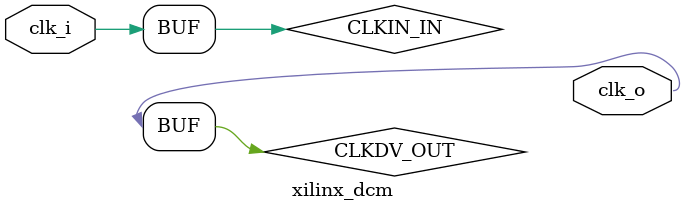
<source format=v>

`include "minsoc_defines.v"

module xilinx_dcm(
        clk_i, 
        clk_o
);

// 
// Parameters 
// 
   parameter    divisor = 2;
  
input clk_i;
output clk_o;


`ifdef SPARTAN2
        `define XILINX_DLL
`elsif VIRTEX
        `define XILINX_DLL
`endif  // !SPARTAN2/VIRTEX

`ifdef SPARTAN3
        `define XILINX_DCM
`elsif VIRTEX2
        `define XILINX_DCM
`endif  // !SPARTAN3/VIRTEX2

`ifdef SPARTAN3E
        `define XILINX_DCM_SP
`elsif SPARTAN3A
        `define XILINX_DCM_SP
`elsif SPARTAN6
	`define XILINX_DCM_SP
`endif  // !SPARTAN3E/SPARTAN3A

`ifdef VIRTEX4
        `define XILINX_DCM_ADV
        `define XILINX_DCM_COMPONENT "VIRTEX4"
`elsif VIRTEX5
        `define XILINX_DCM_ADV
        `define XILINX_DCM_COMPONENT "VIRTEX5"
`endif  // !VIRTEX4/VIRTEX5


wire CLKIN_IN;
wire CLKDV_OUT;

assign CLKIN_IN = clk_i;
assign clk_o = CLKDV_OUT;

wire CLKIN_IBUFG;
wire CLK0_BUF;
wire CLKFB_IN;
wire CLKDV_BUF;

`ifdef XILINX_FPGA

IBUFG CLKIN_IBUFG_INST (
	.I(CLKIN_IN), 
        .O(CLKIN_IBUFG)
);

BUFG CLK0_BUFG_INST (
	.I(CLK0_BUF), 
        .O(CLKFB_IN)
);

BUFG CLKDV_BUFG_INST (
	.I(CLKDV_BUF), 
        .O(CLKDV_OUT)
);

`ifdef XILINX_DLL

CLKDLL #(
	.CLKDV_DIVIDE(divisor),     		// Divide by: 1.5,2.0,2.5,3.0,4.0,5.0,8.0 or 16.0
	.DUTY_CYCLE_CORRECTION("TRUE"), 	// Duty cycle correction, TRUE or FALSE
	.FACTORY_JF(16'hC080), 			// FACTORY JF Values
	.STARTUP_WAIT("FALSE") 			// Delay config DONE until DLL LOCK, TRUE/FALSE
) CLKDLL_inst (
	.CLK0(CLK0_BUF),     			// 0 degree DLL CLK output
	.CLK180(), 				// 180 degree DLL CLK output
	.CLK270(), 				// 270 degree DLL CLK output
	.CLK2X(),   				// 2X DLL CLK output
	.CLK90(),   				// 90 degree DLL CLK output
	.CLKDV(CLKDV_BUF),   			// Divided DLL CLK out (CLKDV_DIVIDE)
	.LOCKED(), 				// DLL LOCK status output
	.CLKFB(CLKFB_IN),   			// DLL clock feedback
	.CLKIN(CLKIN_IBUFG),   			// Clock input (from IBUFG, BUFG or DLL)
	.RST(1'b0)        			// DLL asynchronous reset input
);

`elsif XILINX_DCM

DCM #(
	.SIM_MODE("SAFE"), 			// Simulation: "SAFE" vs. "FAST", see "Synthesis and Simulation Design Guide" for details
	.CLKDV_DIVIDE(divisor), 		// Divide by: 1.5,2.0,2.5,3.0,3.5,4.0,4.5,5.0,5.5,6.0,6.5
						//   7.0,7.5,8.0,9.0,10.0,11.0,12.0,13.0,14.0,15.0 or 16.0
	.CLKFX_DIVIDE(1),   			// Can be any integer from 1 to 32
	.CLKFX_MULTIPLY(4), 			// Can be any integer from 2 to 32
	.CLKIN_DIVIDE_BY_2("FALSE"), 		// TRUE/FALSE to enable CLKIN divide by two feature
	.CLKIN_PERIOD(0.0), 			// Specify period of input clock
	.CLKOUT_PHASE_SHIFT("NONE"), 		// Specify phase shift of NONE, FIXED or VARIABLE
	.CLK_FEEDBACK("1X"), 			// Specify clock feedback of NONE, 1X or 2X
	.DESKEW_ADJUST("SYSTEM_SYNCHRONOUS"), 	// SOURCE_SYNCHRONOUS, SYSTEM_SYNCHRONOUS or
						//   an integer from 0 to 15
	.DFS_FREQUENCY_MODE("LOW"), 		// HIGH or LOW frequency mode for frequency synthesis
	.DLL_FREQUENCY_MODE("LOW"), 		// HIGH or LOW frequency mode for DLL
	.DUTY_CYCLE_CORRECTION("TRUE"), 	// Duty cycle correction, TRUE or FALSE
	.FACTORY_JF(16'hC080),   		// FACTORY JF values
	.PHASE_SHIFT(0),     			// Amount of fixed phase shift from -255 to 255
	.STARTUP_WAIT("FALSE")   		// Delay configuration DONE until DCM LOCK, TRUE/FALSE
) DCM_inst (
	.CLK0(CLK0_BUF),     			// 0 degree DCM CLK output
	.CLK180(), 				// 180 degree DCM CLK output
	.CLK270(), 				// 270 degree DCM CLK output
	.CLK2X(),   				// 2X DCM CLK output
	.CLK2X180(), 				// 2X, 180 degree DCM CLK out
	.CLK90(),   				// 90 degree DCM CLK output
	.CLKDV(CLKDV_BUF),   			// Divided DCM CLK out (CLKDV_DIVIDE)
	.CLKFX(),   				// DCM CLK synthesis out (M/D)
	.CLKFX180(), 				// 180 degree CLK synthesis out
	.LOCKED(), 				// DCM LOCK status output
	.PSDONE(), 				// Dynamic phase adjust done output
	.STATUS(), 				// 8-bit DCM status bits output
	.CLKFB(CLKFB_IN),   			// DCM clock feedback
	.CLKIN(CLKIN_IBUFG),   			// Clock input (from IBUFG, BUFG or DCM)
	.PSCLK(1'b0),  				// Dynamic phase adjust clock input
	.PSEN(1'b0),   				// Dynamic phase adjust enable input
	.PSINCDEC(1'b0), 			// Dynamic phase adjust increment/decrement
	.RST(1'b0)        			// DCM asynchronous reset input
);

`elsif XILINX_DCM_SP

DCM_SP #(
	.CLKDV_DIVIDE(divisor), 		// Divide by: 1.5,2.0,2.5,3.0,3.5,4.0,4.5,5.0,5.5,6.0,6.5
						//   7.0,7.5,8.0,9.0,10.0,11.0,12.0,13.0,14.0,15.0 or 16.0
	.CLKFX_DIVIDE(1),    			// Can be any integer from 1 to 32
	.CLKFX_MULTIPLY(4), 			// Can be any integer from 2 to 32
	.CLKIN_DIVIDE_BY_2("FALSE"), 		// TRUE/FALSE to enable CLKIN divide by two feature
	.CLKIN_PERIOD(0.0), 			// Specify period of input clock
	.CLKOUT_PHASE_SHIFT("NONE"), 		// Specify phase shift of NONE, FIXED or VARIABLE
	.CLK_FEEDBACK("1X"), 			// Specify clock feedback of NONE, 1X or 2X
	.DESKEW_ADJUST("SYSTEM_SYNCHRONOUS"), 	// SOURCE_SYNCHRONOUS, SYSTEM_SYNCHRONOUS or
						//   an integer from 0 to 15
	.DLL_FREQUENCY_MODE("LOW"), 		// HIGH or LOW frequency mode for DLL
	.DUTY_CYCLE_CORRECTION("TRUE"), 	// Duty cycle correction, TRUE or FALSE
	.PHASE_SHIFT(0),      			// Amount of fixed phase shift from -255 to 255
	.STARTUP_WAIT("FALSE")    		// Delay configuration DONE until DCM LOCK, TRUE/FALSE
) DCM_SP_inst (
	.CLK0(CLK0_BUF),     			// 0 degree DCM CLK output
	.CLK180(), 				// 180 degree DCM CLK output
	.CLK270(), 				// 270 degree DCM CLK output
	.CLK2X(),   				// 2X DCM CLK output
	.CLK2X180(), 				// 2X, 180 degree DCM CLK out
	.CLK90(),   				// 90 degree DCM CLK output
	.CLKDV(CLKDV_BUF),   			// Divided DCM CLK out (CLKDV_DIVIDE)
	.CLKFX(),    				// DCM CLK synthesis out (M/D)
	.CLKFX180(), 				// 180 degree CLK synthesis out
	.LOCKED(), 				// DCM LOCK status output
	.PSDONE(), 				// Dynamic phase adjust done output
	.STATUS(), 				// 8-bit DCM status bits output
	.CLKFB(CLKFB_IN),    			// DCM clock feedback
	.CLKIN(CLKIN_IBUFG),    		// Clock input (from IBUFG, BUFG or DCM)
	.PSCLK(1'b0),   			// Dynamic phase adjust clock input
	.PSEN(1'b0),      			// Dynamic phase adjust enable input
	.PSINCDEC(1'b0), 			// Dynamic phase adjust increment/decrement
	.RST(1'b0)         			// DCM asynchronous reset input
);

`elsif XILINX_DCM_ADV

DCM_ADV #(
	.CLKDV_DIVIDE(divisor), 		// Divide by: 1.5,2.0,2.5,3.0,3.5,4.0,4.5,5.0,5.5,6.0,6.5
						//   7.0,7.5,8.0,9.0,10.0,11.0,12.0,13.0,14.0,15.0 or 16.0
	.CLKFX_DIVIDE(1),   			// Can be any integer from 1 to 32
	.CLKFX_MULTIPLY(4), 			// Can be any integer from 2 to 32
	.CLKIN_DIVIDE_BY_2("FALSE"), 		// TRUE/FALSE to enable CLKIN divide by two feature
	.CLKIN_PERIOD(10.0), 			// Specify period of input clock in ns from 1.25 to 1000.00
	.CLKOUT_PHASE_SHIFT("NONE"), 		// Specify phase shift mode of NONE, FIXED,
						// VARIABLE_POSITIVE, VARIABLE_CENTER or DIRECT
	.CLK_FEEDBACK("1X"), 			// Specify clock feedback of NONE, 1X or 2X
	.DCM_AUTOCALIBRATION("TRUE"), 		// DCM calibration circuitry "TRUE"/"FALSE"
	.DCM_PERFORMANCE_MODE("MAX_SPEED"), 	// Can be MAX_SPEED or MAX_RANGE
	.DESKEW_ADJUST("SYSTEM_SYNCHRONOUS"), 	// SOURCE_SYNCHRONOUS, SYSTEM_SYNCHRONOUS or
						//   an integer from 0 to 15
	.DFS_FREQUENCY_MODE("LOW"), 		// HIGH or LOW frequency mode for frequency synthesis
	.DLL_FREQUENCY_MODE("LOW"), 		// LOW, HIGH, or HIGH_SER frequency mode for DLL
	.DUTY_CYCLE_CORRECTION("TRUE"), 	// Duty cycle correction, "TRUE"/"FALSE"
	.FACTORY_JF(16'hf0f0), 			// FACTORY JF value suggested to be set to 16’hf0f0
	.PHASE_SHIFT(0), 			// Amount of fixed phase shift from -255 to 1023
	.SIM_DEVICE(`XILINX_DCM_COMPONENT), 	// Set target device, "VIRTEX4" or "VIRTEX5"
	.STARTUP_WAIT("FALSE") 			// Delay configuration DONE until DCM LOCK, "TRUE"/"FALSE"
) DCM_ADV_inst (
	.CLK0(CLK0_BUF),         		// 0 degree DCM CLK output
	.CLK180(),     				// 180 degree DCM CLK output
	.CLK270(),     				// 270 degree DCM CLK output
	.CLK2X(),       			// 2X DCM CLK output
	.CLK2X180(), 				// 2X, 180 degree DCM CLK out
	.CLK90(),       			// 90 degree DCM CLK output
	.CLKDV(CLKDV_BUF),       		// Divided DCM CLK out (CLKDV_DIVIDE)
	.CLKFX(),       			// DCM CLK synthesis out (M/D)
	.CLKFX180(), 				// 180 degree CLK synthesis out
	.DO(),             			// 16-bit data output for Dynamic Reconfiguration Port (DRP)
	.DRDY(),         			// Ready output signal from the DRP
	.LOCKED(),     				// DCM LOCK status output
	.PSDONE(),     				// Dynamic phase adjust done output
	.CLKFB(CLKFB_IN),       		// DCM clock feedback
	.CLKIN(CLKIN_IBUFG),       		// Clock input (from IBUFG, BUFG or DCM)
	.DADDR(7'h00),       			// 7-bit address for the DRP
	.DCLK(1'b0),         			// Clock for the DRP
	.DEN(1'b0),           			// Enable input for the DRP
	.DI(16'h0000),         			// 16-bit data input for the DRP
	.DWE(1'b0),           			// Active high allows for writing configuration memory
	.PSCLK(1'b0),       			// Dynamic phase adjust clock input
	.PSEN(1'b0),         			// Dynamic phase adjust enable input
	.PSINCDEC(1'b0), 			// Dynamic phase adjust increment/decrement
	.RST(1'b0)            			// DCM asynchronous reset input
);

`endif	// !XILINX_DLL/XILINX_DCM/XILINX_DCM_SP/XILINX_DCM_ADV
`endif  // !XILINX_FPGA


endmodule

</source>
